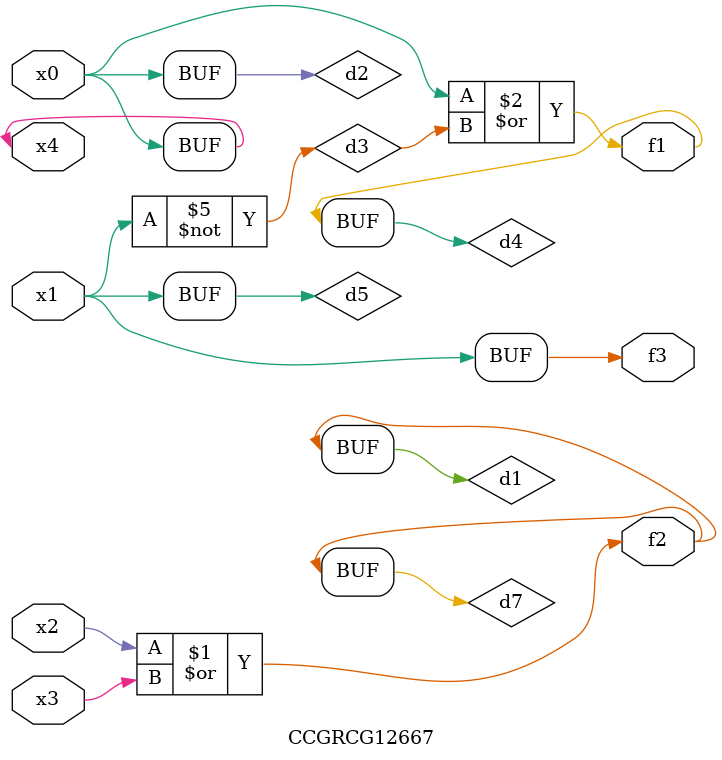
<source format=v>
module CCGRCG12667(
	input x0, x1, x2, x3, x4,
	output f1, f2, f3
);

	wire d1, d2, d3, d4, d5, d6, d7;

	or (d1, x2, x3);
	buf (d2, x0, x4);
	not (d3, x1);
	or (d4, d2, d3);
	not (d5, d3);
	nand (d6, d1, d3);
	or (d7, d1);
	assign f1 = d4;
	assign f2 = d7;
	assign f3 = d5;
endmodule

</source>
